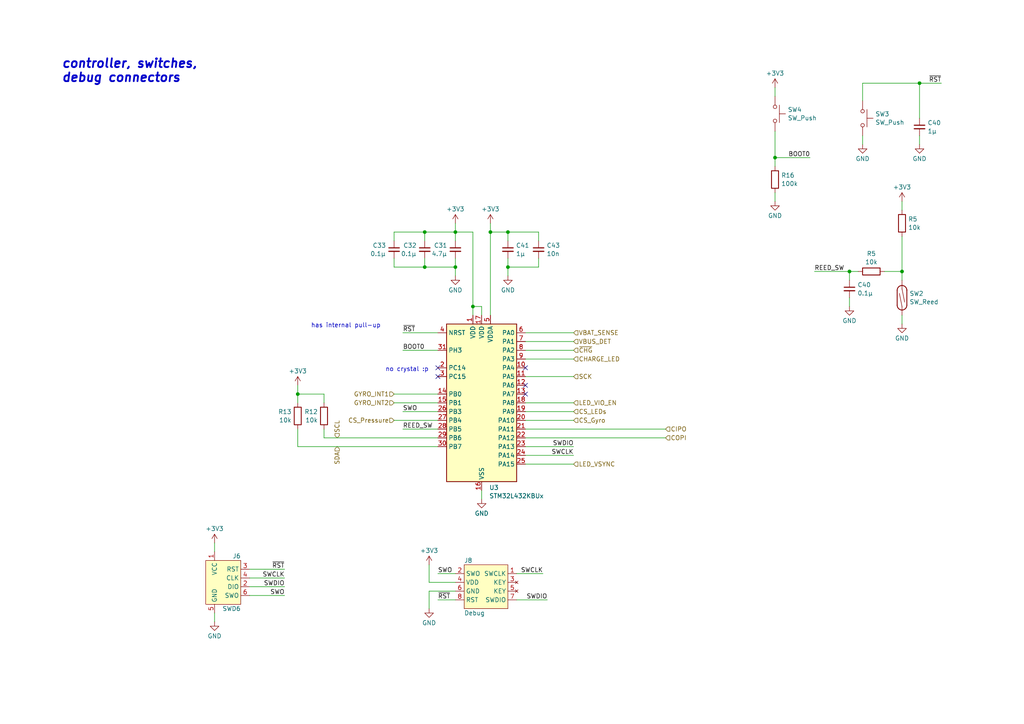
<source format=kicad_sch>
(kicad_sch (version 20230121) (generator eeschema)
  (paper "A4")
  (title_block (title "Self contained addressible RGB ring for 3M 501") (date "2024-01-08") (rev "r0.1") (company "xenua"))
  (lib_symbols
    (symbol "Device:C_Small" (pin_numbers hide) (pin_names (offset 0.254) hide)
      (property "Reference" "C" (at 0.254 1.778 0))
      (property "Value" "C_Small" (at 0.254 -2.032 0))
      (symbol "C_Small_0_1"
        (polyline (pts (xy -1.524 -0.508) (xy 1.524 -0.508)) (stroke (width 0.3302)))
        (polyline (pts (xy -1.524 0.508) (xy 1.524 0.508)) (stroke (width 0.3048)))
      )
      (symbol "C_Small_1_1"
        (pin passive line (at 0 2.54 270) (length 2.032) (name "~") (number "1"))
        (pin passive line (at 0 -2.54 90) (length 2.032) (name "~") (number "2"))
      )
    )
    (symbol "Device:R" (pin_numbers hide) (pin_names (offset 0))
      (property "Reference" "R" (at 2.032 0 90))
      (property "Value" "R" (at 0 0 90))
      (symbol "R_0_1"
        (rectangle (start -1.016 -2.54) (end 1.016 2.54) (stroke (width 0.254)))
      )
      (symbol "R_1_1"
        (pin passive line (at 0 3.81 270) (length 1.27) (name "~") (number "1"))
        (pin passive line (at 0 -3.81 90) (length 1.27) (name "~") (number "2"))
      )
    )
    (symbol "MCU_ST_STM32L4:STM32L432KBUx"
      (property "Reference" "U" (at -10.16 24.13 0))
      (property "Value" "STM32L432KBUx" (at 5.08 24.13 0))
      (symbol "STM32L432KBUx_0_1"
        (rectangle (start -10.16 -22.86) (end 10.16 22.86) (stroke (width 0.254)) (fill (type background)))
      )
      (symbol "STM32L432KBUx_1_1"
        (pin power_in line (at -2.54 25.4 270) (length 2.54) (name "VDD") (number "1"))
        (pin bidirectional line (at 12.7 10.16 180) (length 2.54) (name "PA4") (number "10"))
        (pin bidirectional line (at 12.7 7.62 180) (length 2.54) (name "PA5") (number "11"))
        (pin bidirectional line (at 12.7 5.08 180) (length 2.54) (name "PA6") (number "12"))
        (pin bidirectional line (at 12.7 2.54 180) (length 2.54) (name "PA7") (number "13"))
        (pin bidirectional line (at -12.7 2.54 0) (length 2.54) (name "PB0") (number "14"))
        (pin bidirectional line (at -12.7 0 0) (length 2.54) (name "PB1") (number "15"))
        (pin power_in line (at 0 -25.4 90) (length 2.54) (name "VSS") (number "16"))
        (pin power_in line (at 0 25.4 270) (length 2.54) (name "VDD") (number "17"))
        (pin bidirectional line (at 12.7 0 180) (length 2.54) (name "PA8") (number "18"))
        (pin bidirectional line (at 12.7 -2.54 180) (length 2.54) (name "PA9") (number "19"))
        (pin bidirectional line (at -12.7 10.16 0) (length 2.54) (name "PC14") (number "2"))
        (pin bidirectional line (at 12.7 -5.08 180) (length 2.54) (name "PA10") (number "20"))
        (pin bidirectional line (at 12.7 -7.62 180) (length 2.54) (name "PA11") (number "21"))
        (pin bidirectional line (at 12.7 -10.16 180) (length 2.54) (name "PA12") (number "22"))
        (pin bidirectional line (at 12.7 -12.7 180) (length 2.54) (name "PA13") (number "23"))
        (pin bidirectional line (at 12.7 -15.24 180) (length 2.54) (name "PA14") (number "24"))
        (pin bidirectional line (at 12.7 -17.78 180) (length 2.54) (name "PA15") (number "25"))
        (pin bidirectional line (at -12.7 -2.54 0) (length 2.54) (name "PB3") (number "26"))
        (pin bidirectional line (at -12.7 -5.08 0) (length 2.54) (name "PB4") (number "27"))
        (pin bidirectional line (at -12.7 -7.62 0) (length 2.54) (name "PB5") (number "28"))
        (pin bidirectional line (at -12.7 -10.16 0) (length 2.54) (name "PB6") (number "29"))
        (pin bidirectional line (at -12.7 7.62 0) (length 2.54) (name "PC15") (number "3"))
        (pin bidirectional line (at -12.7 -12.7 0) (length 2.54) (name "PB7") (number "30"))
        (pin bidirectional line (at -12.7 15.24 0) (length 2.54) (name "PH3") (number "31"))
        (pin passive line (at 0 -25.4 90) (length 2.54) hide (name "VSS") (number "32"))
        (pin passive line (at 0 -25.4 90) (length 2.54) hide (name "VSS") (number "33"))
        (pin input line (at -12.7 20.32 0) (length 2.54) (name "NRST") (number "4"))
        (pin power_in line (at 2.54 25.4 270) (length 2.54) (name "VDDA") (number "5"))
        (pin bidirectional line (at 12.7 20.32 180) (length 2.54) (name "PA0") (number "6"))
        (pin bidirectional line (at 12.7 17.78 180) (length 2.54) (name "PA1") (number "7"))
        (pin bidirectional line (at 12.7 15.24 180) (length 2.54) (name "PA2") (number "8"))
        (pin bidirectional line (at 12.7 12.7 180) (length 2.54) (name "PA3") (number "9"))
      )
    )
    (symbol "Switch:SW_Push" (pin_numbers hide) (pin_names (offset 1.016) hide)
      (property "Reference" "SW" (at 1.27 2.54 0))
      (property "Value" "SW_Push" (at 0 -1.524 0))
      (symbol "SW_Push_0_1"
        (circle (center -2.032 0) (radius 0.508))
        (polyline (pts (xy 0 1.27) (xy 0 3.048)))
        (polyline (pts (xy 2.54 1.27) (xy -2.54 1.27)))
        (circle (center 2.032 0) (radius 0.508))
        (pin passive line (at -5.08 0 0) (length 2.54) (name "1") (number "1"))
        (pin passive line (at 5.08 0 180) (length 2.54) (name "2") (number "2"))
      )
    )
    (symbol "Switch:SW_Reed" (pin_numbers hide) (pin_names (offset 0) hide)
      (property "Reference" "SW" (at 0 2.54 0))
      (property "Value" "SW_Reed" (at 0 -2.54 0))
      (symbol "SW_Reed_0_0"
        (arc (start -2.159 1.397) (mid -3.55 0) (end -2.159 -1.397) (stroke (width 0.254)))
        (polyline (pts (xy -2.54 0) (xy 1.27 0.762)))
        (polyline (pts (xy -2.159 -1.397) (xy 2.286 -1.397)) (stroke (width 0.254)))
        (polyline (pts (xy 2.159 1.397) (xy -2.159 1.397)) (stroke (width 0.254)))
        (polyline (pts (xy 2.54 0) (xy -1.27 -0.762)))
        (arc (start 2.159 -1.397) (mid 3.55 0) (end 2.159 1.397) (stroke (width 0.254)))
      )
      (symbol "SW_Reed_1_1"
        (pin passive line (at -5.08 0 0) (length 2.54) (name "1") (number "1"))
        (pin passive line (at 5.08 0 180) (length 2.54) (name "2") (number "2"))
      )
    )
    (symbol "power:+3V3" (power) (pin_names (offset 0))
      (property "Value" "+3V3" (at 0 3.556 0))
      (symbol "+3V3_0_1"
        (polyline (pts (xy -0.762 1.27) (xy 0 2.54)))
        (polyline (pts (xy 0 0) (xy 0 2.54)))
        (polyline (pts (xy 0 2.54) (xy 0.762 1.27)))
      )
      (symbol "+3V3_1_1"
        (pin power_in line (at 0 0 90) (length 0) hide (name "+3V3") (number "1"))
      )
    )
    (symbol "power:GND" (power) (pin_names (offset 0))
      (property "Value" "GND" (at 0 -3.81 0))
      (symbol "GND_0_1"
        (polyline (pts (xy 0 0) (xy 0 -1.27) (xy 1.27 -1.27) (xy 0 -2.54) (xy -1.27 -1.27) (xy 0 -1.27)))
      )
      (symbol "GND_1_1"
        (pin power_in line (at 0 0 270) (length 0) hide (name "GND") (number "1"))
      )
    )
    (symbol "xenua:DBG"
      (property "Reference" "J" (at -6.35 7.62 0))
      (property "Value" "Debug" (at -6.35 -7.62 0))
      (symbol "DBG_1_1"
        (rectangle (start -6.35 6.35) (end 6.35 -6.35) (fill (type background)))
        (pin output line (at 8.89 3.81 180) (length 2.54) (name "SWCLK") (number "1"))
        (pin input line (at -8.89 3.81 0) (length 2.54) (name "SWO") (number "2"))
        (pin no_connect line (at 8.89 1.27 180) (length 2.54) (name "KEY") (number "3"))
        (pin power_out line (at -8.89 1.27 0) (length 2.54) (name "VDD") (number "4"))
        (pin no_connect line (at 8.89 -1.27 180) (length 2.54) (name "KEY") (number "5"))
        (pin power_out line (at -8.89 -1.27 0) (length 2.54) (name "GND") (number "6"))
        (pin bidirectional line (at 8.89 -3.81 180) (length 2.54) (name "SWDIO") (number "7"))
        (pin output line (at -8.89 -3.81 0) (length 2.54) (name "RST") (number "8"))
      )
    )
    (symbol "xenua:TC2030"
      (property "Reference" "J" (at 5.08 7.62 0))
      (property "Value" "TC2030" (at 5.08 -7.62 0))
      (symbol "TC2030_0_1"
        (rectangle (start -5.08 6.35) (end 5.08 -6.35) (stroke (width 0.1524)) (fill (type background)))
      )
      (symbol "TC2030_1_1"
        (pin power_in line (at -2.54 8.89 270) (length 2.54) (name "VCC") (number "1"))
        (pin bidirectional line (at 7.62 -1.27 180) (length 2.54) (name "DIO") (number "2"))
        (pin input line (at 7.62 3.81 180) (length 2.54) (name "RST") (number "3"))
        (pin input line (at 7.62 1.27 180) (length 2.54) (name "CLK") (number "4"))
        (pin input line (at -2.54 -8.89 90) (length 2.54) (name "GND") (number "5"))
        (pin bidirectional line (at 7.62 -3.81 180) (length 2.54) (name "SWO") (number "6"))
      )
    )
  )
  (junction (at 246.38 78.74))
  (junction (at 123.19 77.47))
  (junction (at 147.32 77.47))
  (junction (at 142.24 67.31))
  (junction (at 132.08 77.47))
  (junction (at 86.36 114.3))
  (junction (at 123.19 67.31))
  (junction (at 137.16 88.9))
  (junction (at 132.08 67.31))
  (junction (at 261.62 78.74))
  (junction (at 224.79 45.72))
  (junction (at 147.32 67.31))
  (junction (at 266.7 24.13))
  (no_connect (at 152.4 111.76))
  (no_connect (at 127 106.68))
  (no_connect (at 152.4 106.68))
  (no_connect (at 127 109.22))
  (no_connect (at 152.4 114.3))
  (wire (pts (xy 114.3 116.84) (xy 127 116.84)))
  (wire (pts (xy 152.4 129.54) (xy 166.37 129.54)))
  (wire (pts (xy 156.21 74.93) (xy 156.21 77.47)))
  (wire (pts (xy 147.32 67.31) (xy 156.21 67.31)))
  (wire (pts (xy 152.4 119.38) (xy 166.37 119.38)))
  (wire (pts (xy 116.84 96.52) (xy 127 96.52)))
  (wire (pts (xy 72.39 170.18) (xy 82.55 170.18)))
  (wire (pts (xy 139.7 88.9) (xy 139.7 91.44)))
  (wire (pts (xy 142.24 64.77) (xy 142.24 67.31)))
  (wire (pts (xy 152.4 99.06) (xy 166.37 99.06)))
  (wire (pts (xy 137.16 67.31) (xy 137.16 88.9)))
  (wire (pts (xy 246.38 86.36) (xy 246.38 88.9)))
  (wire (pts (xy 82.55 172.72) (xy 72.39 172.72)))
  (wire (pts (xy 124.46 163.83) (xy 124.46 168.91)))
  (wire (pts (xy 256.54 78.74) (xy 261.62 78.74)))
  (wire (pts (xy 123.19 77.47) (xy 132.08 77.47)))
  (wire (pts (xy 62.23 177.8) (xy 62.23 180.34)))
  (wire (pts (xy 116.84 119.38) (xy 127 119.38)))
  (wire (pts (xy 224.79 55.88) (xy 224.79 58.42)))
  (wire (pts (xy 246.38 78.74) (xy 248.92 78.74)))
  (wire (pts (xy 93.98 116.84) (xy 93.98 114.3)))
  (wire (pts (xy 246.38 78.74) (xy 246.38 81.28)))
  (wire (pts (xy 114.3 67.31) (xy 114.3 69.85)))
  (wire (pts (xy 152.4 101.6) (xy 166.37 101.6)))
  (wire (pts (xy 132.08 74.93) (xy 132.08 77.47)))
  (wire (pts (xy 152.4 134.62) (xy 166.37 134.62)))
  (wire (pts (xy 116.84 124.46) (xy 127 124.46)))
  (wire (pts (xy 114.3 114.3) (xy 127 114.3)))
  (wire (pts (xy 250.19 39.37) (xy 250.19 41.91)))
  (wire (pts (xy 93.98 114.3) (xy 86.36 114.3)))
  (wire (pts (xy 152.4 109.22) (xy 166.37 109.22)))
  (wire (pts (xy 147.32 74.93) (xy 147.32 77.47)))
  (wire (pts (xy 137.16 88.9) (xy 139.7 88.9)))
  (wire (pts (xy 114.3 74.93) (xy 114.3 77.47)))
  (wire (pts (xy 147.32 77.47) (xy 156.21 77.47)))
  (wire (pts (xy 224.79 45.72) (xy 224.79 48.26)))
  (wire (pts (xy 152.4 121.92) (xy 166.37 121.92)))
  (wire (pts (xy 123.19 77.47) (xy 114.3 77.47)))
  (wire (pts (xy 261.62 58.42) (xy 261.62 60.96)))
  (wire (pts (xy 72.39 167.64) (xy 82.55 167.64)))
  (wire (pts (xy 156.21 67.31) (xy 156.21 69.85)))
  (wire (pts (xy 93.98 124.46) (xy 93.98 127)))
  (wire (pts (xy 266.7 24.13) (xy 273.05 24.13)))
  (wire (pts (xy 127 129.54) (xy 86.36 129.54)))
  (wire (pts (xy 86.36 114.3) (xy 86.36 116.84)))
  (wire (pts (xy 224.79 38.1) (xy 224.79 45.72)))
  (wire (pts (xy 116.84 101.6) (xy 127 101.6)))
  (wire (pts (xy 266.7 24.13) (xy 266.7 34.29)))
  (wire (pts (xy 132.08 64.77) (xy 132.08 67.31)))
  (wire (pts (xy 147.32 67.31) (xy 147.32 69.85)))
  (wire (pts (xy 132.08 168.91) (xy 124.46 168.91)))
  (wire (pts (xy 123.19 67.31) (xy 123.19 69.85)))
  (wire (pts (xy 166.37 116.84) (xy 152.4 116.84)))
  (wire (pts (xy 250.19 24.13) (xy 250.19 29.21)))
  (wire (pts (xy 123.19 74.93) (xy 123.19 77.47)))
  (wire (pts (xy 152.4 132.08) (xy 166.37 132.08)))
  (wire (pts (xy 82.55 165.1) (xy 72.39 165.1)))
  (wire (pts (xy 152.4 127) (xy 193.04 127)))
  (wire (pts (xy 86.36 111.76) (xy 86.36 114.3)))
  (wire (pts (xy 132.08 67.31) (xy 137.16 67.31)))
  (wire (pts (xy 132.08 67.31) (xy 132.08 69.85)))
  (wire (pts (xy 152.4 96.52) (xy 166.37 96.52)))
  (wire (pts (xy 261.62 78.74) (xy 261.62 81.28)))
  (wire (pts (xy 132.08 80.01) (xy 132.08 77.47)))
  (wire (pts (xy 127 166.37) (xy 132.08 166.37)))
  (wire (pts (xy 147.32 80.01) (xy 147.32 77.47)))
  (wire (pts (xy 236.22 78.74) (xy 246.38 78.74)))
  (wire (pts (xy 266.7 39.37) (xy 266.7 41.91)))
  (wire (pts (xy 62.23 157.48) (xy 62.23 160.02)))
  (wire (pts (xy 132.08 171.45) (xy 124.46 171.45)))
  (wire (pts (xy 152.4 104.14) (xy 166.37 104.14)))
  (wire (pts (xy 149.86 173.99) (xy 158.75 173.99)))
  (wire (pts (xy 124.46 171.45) (xy 124.46 176.53)))
  (wire (pts (xy 137.16 91.44) (xy 137.16 88.9)))
  (wire (pts (xy 127 173.99) (xy 132.08 173.99)))
  (wire (pts (xy 114.3 121.92) (xy 127 121.92)))
  (wire (pts (xy 93.98 127) (xy 127 127)))
  (wire (pts (xy 224.79 45.72) (xy 234.95 45.72)))
  (wire (pts (xy 142.24 67.31) (xy 142.24 91.44)))
  (wire (pts (xy 261.62 68.58) (xy 261.62 78.74)))
  (wire (pts (xy 250.19 24.13) (xy 266.7 24.13)))
  (wire (pts (xy 139.7 142.24) (xy 139.7 144.78)))
  (wire (pts (xy 142.24 67.31) (xy 147.32 67.31)))
  (wire (pts (xy 261.62 91.44) (xy 261.62 93.98)))
  (wire (pts (xy 149.86 166.37) (xy 157.48 166.37)))
  (wire (pts (xy 123.19 67.31) (xy 114.3 67.31)))
  (wire (pts (xy 123.19 67.31) (xy 132.08 67.31)))
  (wire (pts (xy 86.36 129.54) (xy 86.36 124.46)))
  (wire (pts (xy 152.4 124.46) (xy 193.04 124.46)))
  (wire (pts (xy 224.79 27.94) (xy 224.79 25.4)))
  (text "no crystal :p" (at 111.76 107.95 0) (effects (font (size 1.27 1.27)) (justify left bottom)))
  (text "has internal pull-up" (at 90.17 95.25 0) (effects (font (size 1.27 1.27)) (justify left bottom)))
  (text "controller, switches,\ndebug connectors" (at 17.78 24.13 0) (effects (font (size 2.54 2.54) (thickness 0.508) bold italic) (justify left bottom)))
  (label "SWCLK" (at 157.48 166.37 180))
  (label "SWDIO" (at 82.55 170.18 180))
  (label "SWO" (at 116.84 119.38 0))
  (label "REED_SW" (at 236.22 78.74 0))
  (label "~{RST}" (at 116.84 96.52 0))
  (label "SWCLK" (at 166.37 132.08 180))
  (label "~{RST}" (at 127 173.99 0))
  (label "SWCLK" (at 82.55 167.64 180))
  (label "~{RST}" (at 273.05 24.13 180))
  (label "SWO" (at 82.55 172.72 180))
  (label "BOOT0" (at 234.95 45.72 180))
  (label "~{RST}" (at 82.55 165.1 180))
  (label "SWO" (at 127 166.37 0))
  (label "REED_SW" (at 116.84 124.46 0))
  (label "SWDIO" (at 166.37 129.54 180))
  (label "SWDIO" (at 158.75 173.99 180))
  (label "BOOT0" (at 116.84 101.6 0))
  (hierarchical_label "CHARGE_LED" (shape input) (at 166.37 104.14 0))
  (hierarchical_label "LED_VIO_EN" (shape input) (at 166.37 116.84 0))
  (hierarchical_label "CIPO" (shape input) (at 193.04 124.46 0))
  (hierarchical_label "VBUS_DET" (shape input) (at 166.37 99.06 0))
  (hierarchical_label "SCK" (shape input) (at 166.37 109.22 0))
  (hierarchical_label "GYRO_INT1" (shape input) (at 114.3 114.3 180))
  (hierarchical_label "COPI" (shape input) (at 193.04 127 0))
  (hierarchical_label "LED_VSYNC" (shape input) (at 166.37 134.62 0))
  (hierarchical_label "~{CHG}" (shape input) (at 166.37 101.6 0))
  (hierarchical_label "CS_Gyro" (shape input) (at 166.37 121.92 0))
  (hierarchical_label "CS_LEDs" (shape input) (at 166.37 119.38 0))
  (hierarchical_label "SDA" (shape input) (at 97.79 129.54 270))
  (hierarchical_label "GYRO_INT2" (shape input) (at 114.3 116.84 180))
  (hierarchical_label "CS_Pressure" (shape input) (at 114.3 121.92 180))
  (hierarchical_label "SCL" (shape input) (at 97.79 127 90))
  (hierarchical_label "VBAT_SENSE" (shape input) (at 166.37 96.52 0))
  (symbol (lib_id "Device:R") (at 252.73 78.74 90) (unit 1)
    (property "Reference" "R5" (at 252.73 73.5797 90))
    (property "Value" "10k" (at 252.73 76.0039 90))
    (property "Footprint" "Resistor_SMD:R_0402_1005Metric" (effects hide))
    (instances (project "rgb501" (path "" (reference "R5") (unit 1)) (path "" (reference "R18") (unit 1))))
  )
  (symbol (lib_id "Device:C_Small") (at 156.21 72.39 0) (unit 1)
    (property "Reference" "C43" (at 158.5341 71.1842 0) (effects (justify left)))
    (property "Value" "10n" (at 158.5341 73.6084 0) (effects (justify left)))
    (property "Footprint" "Capacitor_SMD:C_0402_1005Metric" (effects hide))
  )
  (symbol (lib_id "Device:R") (at 224.79 52.07 0) (unit 1)
    (property "Reference" "R16" (at 226.568 50.8579 0) (effects (justify left)))
    (property "Value" "100k" (at 226.568 53.2821 0) (effects (justify left)))
    (property "Footprint" "Resistor_SMD:R_0402_1005Metric" (effects hide))
    (instances (project "rgb501" (path "" (reference "R16") (unit 1)) (path "" (reference "R9") (unit 1))))
  )
  (symbol (lib_id "power:GND") (at 124.46 176.53 0) (unit 1)
    (property "Reference" "#PWR037" (effects hide))
    (property "Value" "GND" (at 124.46 180.6631 0))
    (instances (project "rgb501" (path "" (reference "#PWR037") (unit 1)) (path "" (reference "#PWR020") (unit 1))))
  )
  (symbol (lib_id "power:GND") (at 246.38 88.9 0) (unit 1)
    (property "Reference" "#PWR026" (effects hide))
    (property "Value" "GND" (at 246.38 93.0331 0))
    (instances (project "rgb501" (path "" (reference "#PWR026") (unit 1)) (path "" (reference "#PWR055") (unit 1))))
  )
  (symbol (lib_id "power:GND") (at 62.23 180.34 0) (unit 1)
    (property "Reference" "#PWR031" (effects hide))
    (property "Value" "GND" (at 62.23 184.4731 0))
    (instances (project "rgb501" (path "" (reference "#PWR031") (unit 1)) (path "" (reference "#PWR032") (unit 1))))
  )
  (symbol (lib_id "power:+3V3") (at 224.79 25.4 0) (unit 1)
    (property "Reference" "#PWR034" (effects hide))
    (property "Value" "+3V3" (at 224.79 21.2669 0))
    (instances (project "rgb501" (path "" (reference "#PWR034") (unit 1)) (path "" (reference "#PWR026") (unit 1))))
  )
  (symbol (lib_id "Switch:SW_Reed") (at 261.62 86.36 90) (unit 1)
    (property "Reference" "SW2" (at 263.779 85.1479 90) (effects (justify right)))
    (property "Value" "SW_Reed" (at 263.779 87.5721 90) (effects (justify right)))
    (property "Footprint" "xenua:SW_Reed" (effects hide))
    (instances (project "rgb501" (path "" (reference "SW2") (unit 1)) (path "" (reference "SW4") (unit 1))))
  )
  (symbol (lib_id "Device:R") (at 86.36 120.65 0) (mirror y) (unit 1)
    (property "Reference" "R13" (at 84.582 119.4379 0) (effects (justify left)))
    (property "Value" "10k" (at 84.582 121.8621 0) (effects (justify left)))
    (property "Footprint" "Resistor_SMD:R_0402_1005Metric" (effects hide))
    (instances (project "rgb501" (path "" (reference "R13") (unit 1)) (path "" (reference "R16") (unit 1))))
  )
  (symbol (lib_id "power:+3V3") (at 142.24 64.77 0) (unit 1)
    (property "Reference" "#PWR056" (effects hide))
    (property "Value" "+3V3" (at 142.24 60.6369 0))
    (instances (project "rgb501" (path "" (reference "#PWR056") (unit 1)) (path "" (reference "#PWR042") (unit 1))))
  )
  (symbol (lib_id "power:GND") (at 224.79 58.42 0) (unit 1)
    (property "Reference" "#PWR035" (effects hide))
    (property "Value" "GND" (at 224.79 62.5531 0))
    (instances (project "rgb501" (path "" (reference "#PWR035") (unit 1)) (path "" (reference "#PWR027") (unit 1))))
  )
  (symbol (lib_id "power:GND") (at 132.08 80.01 0) (mirror y) (unit 1)
    (property "Reference" "#PWR029" (effects hide))
    (property "Value" "GND" (at 132.08 84.1431 0))
    (instances (project "rgb501" (path "" (reference "#PWR029") (unit 1)) (path "" (reference "#PWR036") (unit 1))))
  )
  (symbol (lib_id "Device:C_Small") (at 147.32 72.39 0) (unit 1)
    (property "Reference" "C41" (at 149.6441 71.1842 0) (effects (justify left)))
    (property "Value" "1µ" (at 149.6441 73.6084 0) (effects (justify left)))
    (property "Footprint" "Capacitor_SMD:C_0402_1005Metric" (effects hide))
    (instances (project "rgb501" (path "" (reference "C41") (unit 1)) (path "" (reference "C42") (unit 1))))
  )
  (symbol (lib_id "power:GND") (at 250.19 41.91 0) (unit 1)
    (property "Reference" "#PWR033" (effects hide))
    (property "Value" "GND" (at 250.19 46.0431 0))
    (instances (project "rgb501" (path "" (reference "#PWR033") (unit 1)) (path "" (reference "#PWR025") (unit 1))))
  )
  (symbol (lib_id "Device:C_Small") (at 132.08 72.39 0) (mirror y) (unit 1)
    (property "Reference" "C31" (at 129.7559 71.1842 0) (effects (justify left)))
    (property "Value" "4.7µ" (at 129.7559 73.6084 0) (effects (justify left)))
    (property "Footprint" "Capacitor_SMD:C_0402_1005Metric" (effects hide))
    (instances (project "rgb501" (path "" (reference "C31") (unit 1)) (path "" (reference "C41") (unit 1))))
  )
  (symbol (lib_id "power:GND") (at 266.7 41.91 0) (unit 1)
    (property "Reference" "#PWR051" (effects hide))
    (property "Value" "GND" (at 266.7 46.0431 0))
    (instances (project "rgb501" (path "" (reference "#PWR051") (unit 1)) (path "" (reference "#PWR030") (unit 1))))
  )
  (symbol (lib_id "power:+3V3") (at 261.62 58.42 0) (unit 1)
    (property "Reference" "#PWR027" (effects hide))
    (property "Value" "+3V3" (at 261.62 54.2869 0))
    (instances (project "rgb501" (path "" (reference "#PWR027") (unit 1)) (path "" (reference "#PWR053") (unit 1))))
  )
  (symbol (lib_id "Device:R") (at 261.62 64.77 0) (unit 1)
    (property "Reference" "R5" (at 263.398 63.5579 0) (effects (justify left)))
    (property "Value" "10k" (at 263.398 65.9821 0) (effects (justify left)))
    (property "Footprint" "Resistor_SMD:R_0402_1005Metric" (effects hide))
    (instances (project "rgb501" (path "" (reference "R5") (unit 1)) (path "" (reference "R17") (unit 1))))
  )
  (symbol (lib_id "Device:C_Small") (at 114.3 72.39 0) (mirror y) (unit 1)
    (property "Reference" "C33" (at 111.9759 71.1842 0) (effects (justify left)))
    (property "Value" "0.1µ" (at 111.9759 73.6084 0) (effects (justify left)))
    (property "Footprint" "Capacitor_SMD:C_0402_1005Metric" (effects hide))
  )
  (symbol (lib_id "power:GND") (at 147.32 80.01 0) (mirror y) (unit 1)
    (property "Reference" "#PWR057" (effects hide))
    (property "Value" "GND" (at 147.32 84.1431 0))
    (instances (project "rgb501" (path "" (reference "#PWR057") (unit 1)) (path "" (reference "#PWR051") (unit 1))))
  )
  (symbol (lib_id "xenua:TC2030") (at 64.77 168.91 0) (unit 1)
    (property "Reference" "J6" (at 69.85 161.29 0) (effects (justify right)))
    (property "Value" "SWD6" (at 69.85 176.53 0) (effects (justify right)))
    (property "Footprint" "xenua:TC2030" (effects hide))
  )
  (symbol (lib_id "power:+3V3") (at 124.46 163.83 0) (unit 1)
    (property "Reference" "#PWR036" (effects hide))
    (property "Value" "+3V3" (at 124.46 159.6969 0))
    (instances (project "rgb501" (path "" (reference "#PWR036") (unit 1)) (path "" (reference "#PWR013") (unit 1))))
  )
  (symbol (lib_id "Device:C_Small") (at 246.38 83.82 0) (unit 1)
    (property "Reference" "C40" (at 248.7041 82.6142 0) (effects (justify left)))
    (property "Value" "0.1µ" (at 248.7041 85.0384 0) (effects (justify left)))
    (property "Footprint" "Capacitor_SMD:C_0402_1005Metric" (effects hide))
    (instances (project "rgb501" (path "" (reference "C40") (unit 1)) (path "" (reference "C44") (unit 1))))
  )
  (symbol (lib_id "Device:C_Small") (at 123.19 72.39 0) (mirror y) (unit 1)
    (property "Reference" "C32" (at 120.8659 71.1842 0) (effects (justify left)))
    (property "Value" "0.1µ" (at 120.8659 73.6084 0) (effects (justify left)))
    (property "Footprint" "Capacitor_SMD:C_0402_1005Metric" (effects hide))
    (instances (project "rgb501" (path "" (reference "C32") (unit 1)) (path "" (reference "C40") (unit 1))))
  )
  (symbol (lib_id "power:+3V3") (at 132.08 64.77 0) (unit 1)
    (property "Reference" "#PWR025" (effects hide))
    (property "Value" "+3V3" (at 132.08 60.6369 0))
    (instances (project "rgb501" (path "" (reference "#PWR025") (unit 1)) (path "" (reference "#PWR035") (unit 1))))
  )
  (symbol (lib_id "power:GND") (at 139.7 144.78 0) (unit 1)
    (property "Reference" "#PWR024" (effects hide))
    (property "Value" "GND" (at 139.7 148.9131 0))
    (instances (project "rgb501" (path "" (reference "#PWR024") (unit 1)) (path "" (reference "#PWR037") (unit 1))))
  )
  (symbol (lib_id "MCU_ST_STM32L4:STM32L432KBUx") (at 139.7 116.84 0) (unit 1)
    (property "Reference" "U3" (at 141.8941 141.4201 0) (effects (justify left)))
    (property "Value" "STM32L432KBUx" (at 141.8941 143.8443 0) (effects (justify left)))
    (property "Footprint" "Package_DFN_QFN:QFN-32-1EP_5x5mm_P0.5mm_EP3.45x3.45mm" (effects hide))
    (property "Datasheet" "https://www.st.com/resource/en/datasheet/stm32l432kb.pdf" (effects hide))
  )
  (symbol (lib_id "power:+3V3") (at 86.36 111.76 0) (mirror y) (unit 1)
    (property "Reference" "#PWR042" (effects hide))
    (property "Value" "+3V3" (at 86.36 107.6269 0))
    (instances (project "rgb501" (path "" (reference "#PWR042") (unit 1)) (path "" (reference "#PWR052") (unit 1))))
  )
  (symbol (lib_id "xenua:DBG") (at 140.97 170.18 0) (unit 1)
    (property "Reference" "J8" (at 134.62 162.56 0) (effects (justify left)))
    (property "Value" "Debug" (at 134.62 177.8 0) (effects (justify left)))
    (property "Footprint" "Connector_PinSocket_1.27mm:PinSocket_2x04_P1.27mm_Vertical" (effects hide))
  )
  (symbol (lib_id "Switch:SW_Push") (at 250.19 34.29 270) (unit 1)
    (property "Reference" "SW3" (at 253.873 33.0779 90) (effects (justify left)))
    (property "Value" "SW_Push" (at 253.873 35.5021 90) (effects (justify left)))
    (property "Footprint" "xenua:SW_Push_Alps_SKTCABE010" (effects hide))
    (instances (project "rgb501" (path "" (reference "SW3") (unit 1)) (path "" (reference "SW2") (unit 1))))
  )
  (symbol (lib_id "Device:R") (at 93.98 120.65 0) (unit 1)
    (property "Reference" "R12" (at 92.202 119.4379 0) (effects (justify right)))
    (property "Value" "10k" (at 92.202 121.8621 0) (effects (justify right)))
    (property "Footprint" "Resistor_SMD:R_0402_1005Metric" (effects hide))
    (instances (project "rgb501" (path "" (reference "R12") (unit 1)) (path "" (reference "R13") (unit 1))))
  )
  (symbol (lib_id "power:+3V3") (at 62.23 157.48 0) (unit 1)
    (property "Reference" "#PWR030" (effects hide))
    (property "Value" "+3V3" (at 62.23 153.3469 0))
    (instances (project "rgb501" (path "" (reference "#PWR030") (unit 1)) (path "" (reference "#PWR031") (unit 1))))
  )
  (symbol (lib_id "Device:C_Small") (at 266.7 36.83 0) (unit 1)
    (property "Reference" "C40" (at 269.0241 35.6242 0) (effects (justify left)))
    (property "Value" "1µ" (at 269.0241 38.0484 0) (effects (justify left)))
    (property "Footprint" "Capacitor_SMD:C_0402_1005Metric" (effects hide))
    (instances (project "rgb501" (path "" (reference "C40") (unit 1)) (path "" (reference "C32") (unit 1))))
  )
  (symbol (lib_id "power:GND") (at 261.62 93.98 0) (unit 1)
    (property "Reference" "#PWR026" (effects hide))
    (property "Value" "GND" (at 261.62 98.1131 0))
    (instances (project "rgb501" (path "" (reference "#PWR026") (unit 1)) (path "" (reference "#PWR054") (unit 1))))
  )
  (symbol (lib_id "Switch:SW_Push") (at 224.79 33.02 270) (unit 1)
    (property "Reference" "SW4" (at 228.473 31.8079 90) (effects (justify left)))
    (property "Value" "SW_Push" (at 228.473 34.2321 90) (effects (justify left)))
    (property "Footprint" "xenua:SW_Push_Alps_SKTCABE010" (effects hide))
    (instances (project "rgb501" (path "" (reference "SW4") (unit 1)) (path "" (reference "SW3") (unit 1))))
  )
)
</source>
